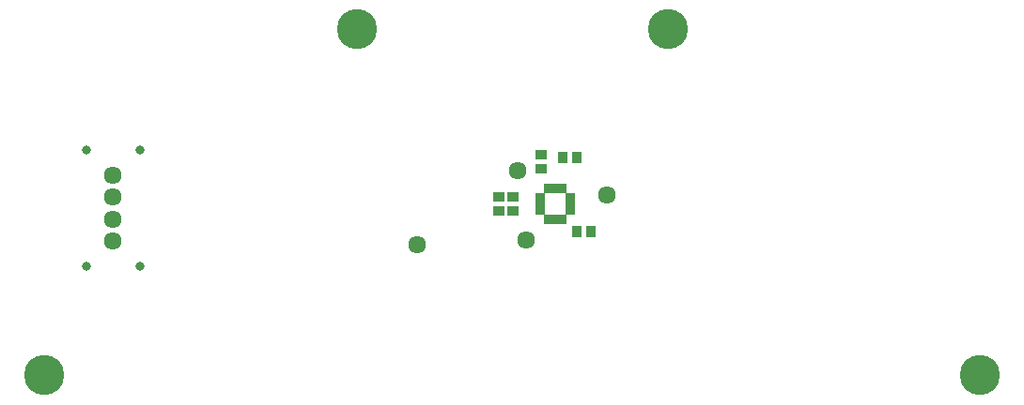
<source format=gts>
G75*
G70*
%OFA0B0*%
%FSLAX24Y24*%
%IPPOS*%
%LPD*%
%AMOC8*
5,1,8,0,0,1.08239X$1,22.5*
%
%ADD10R,0.0190X0.0336*%
%ADD11R,0.0336X0.0190*%
%ADD12R,0.0356X0.0434*%
%ADD13R,0.0434X0.0356*%
%ADD14C,0.0635*%
%ADD15C,0.0316*%
%ADD16C,0.0634*%
%ADD17C,0.1425*%
D10*
X019851Y007324D03*
X020048Y007324D03*
X020245Y007324D03*
X020442Y007324D03*
X020442Y008402D03*
X020245Y008402D03*
X020048Y008402D03*
X019851Y008402D03*
D11*
X019607Y008158D03*
X019607Y007961D03*
X019607Y007765D03*
X019607Y007568D03*
X020686Y007568D03*
X020686Y007765D03*
X020686Y007961D03*
X020686Y008158D03*
D12*
X020891Y006863D03*
X021402Y006863D03*
X020902Y009513D03*
X020391Y009513D03*
D13*
X019647Y009619D03*
X019647Y009107D03*
X018647Y008119D03*
X018147Y008119D03*
X018147Y007607D03*
X018647Y007607D03*
D14*
X004454Y007316D03*
X004454Y008103D03*
X004454Y008891D03*
X004454Y006528D03*
D15*
X005389Y005643D03*
X003519Y005643D03*
X003519Y009776D03*
X005389Y009776D03*
D16*
X015249Y006410D03*
X019097Y006578D03*
X021981Y008162D03*
X018812Y009028D03*
D17*
X002016Y001765D03*
X013103Y014068D03*
X024127Y014068D03*
X035215Y001765D03*
M02*

</source>
